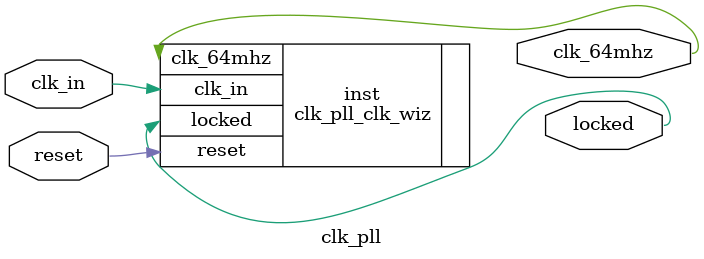
<source format=v>


`timescale 1ps/1ps

(* CORE_GENERATION_INFO = "clk_pll,clk_wiz_v6_0_4_0_0,{component_name=clk_pll,use_phase_alignment=true,use_min_o_jitter=true,use_max_i_jitter=false,use_dyn_phase_shift=false,use_inclk_switchover=false,use_dyn_reconfig=false,enable_axi=0,feedback_source=FDBK_AUTO,PRIMITIVE=PLL,num_out_clk=1,clkin1_period=38.462,clkin2_period=10.0,use_power_down=false,use_reset=true,use_locked=true,use_inclk_stopped=false,feedback_type=SINGLE,CLOCK_MGR_TYPE=NA,manual_override=false}" *)

module clk_pll 
 (
  // Clock out ports
  output        clk_64mhz,
  // Status and control signals
  input         reset,
  output        locked,
 // Clock in ports
  input         clk_in
 );

  clk_pll_clk_wiz inst
  (
  // Clock out ports  
  .clk_64mhz(clk_64mhz),
  // Status and control signals               
  .reset(reset), 
  .locked(locked),
 // Clock in ports
  .clk_in(clk_in)
  );

endmodule

</source>
